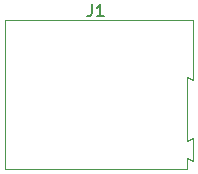
<source format=gbr>
%TF.GenerationSoftware,KiCad,Pcbnew,6.0.11+dfsg-1*%
%TF.CreationDate,2023-05-10T20:08:43-05:00*%
%TF.ProjectId,lights_control_v2,6c696768-7473-45f6-936f-6e74726f6c5f,rev?*%
%TF.SameCoordinates,Original*%
%TF.FileFunction,Legend,Top*%
%TF.FilePolarity,Positive*%
%FSLAX46Y46*%
G04 Gerber Fmt 4.6, Leading zero omitted, Abs format (unit mm)*
G04 Created by KiCad (PCBNEW 6.0.11+dfsg-1) date 2023-05-10 20:08:43*
%MOMM*%
%LPD*%
G01*
G04 APERTURE LIST*
%ADD10C,0.150000*%
%ADD11C,0.120000*%
G04 APERTURE END LIST*
D10*
%TO.C,J1*%
X116906666Y-48892380D02*
X116906666Y-49606666D01*
X116859047Y-49749523D01*
X116763809Y-49844761D01*
X116620952Y-49892380D01*
X116525714Y-49892380D01*
X117906666Y-49892380D02*
X117335238Y-49892380D01*
X117620952Y-49892380D02*
X117620952Y-48892380D01*
X117525714Y-49035238D01*
X117430476Y-49130476D01*
X117335238Y-49178095D01*
D11*
X125490000Y-60190000D02*
X124990000Y-60440000D01*
X125490000Y-55290000D02*
X125490000Y-50240000D01*
X124990000Y-60440000D02*
X124990000Y-55040000D01*
X124990000Y-61890000D02*
X125490000Y-62190000D01*
X109590000Y-50240000D02*
X109590000Y-62840000D01*
X124990000Y-55040000D02*
X125490000Y-55290000D01*
X125490000Y-50240000D02*
X109590000Y-50240000D01*
X109590000Y-62840000D02*
X124990000Y-62840000D01*
X125490000Y-62190000D02*
X125490000Y-60190000D01*
X124990000Y-62840000D02*
X124990000Y-61890000D01*
%TD*%
M02*

</source>
